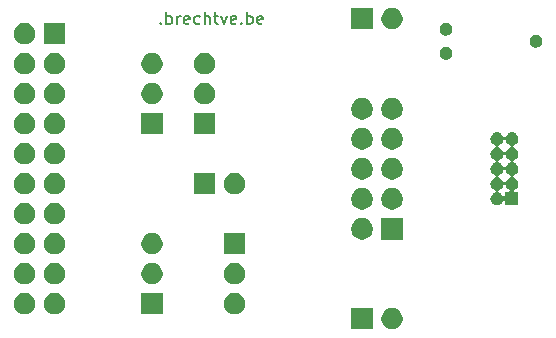
<source format=gts>
G04 #@! TF.GenerationSoftware,KiCad,Pcbnew,5.1.5-52549c5~86~ubuntu19.04.1*
G04 #@! TF.CreationDate,2020-12-11T00:42:32+01:00*
G04 #@! TF.ProjectId,jlink-tagConnect-adapter-v3,6a6c696e-6b2d-4746-9167-436f6e6e6563,rev?*
G04 #@! TF.SameCoordinates,Original*
G04 #@! TF.FileFunction,Soldermask,Top*
G04 #@! TF.FilePolarity,Negative*
%FSLAX46Y46*%
G04 Gerber Fmt 4.6, Leading zero omitted, Abs format (unit mm)*
G04 Created by KiCad (PCBNEW 5.1.5-52549c5~86~ubuntu19.04.1) date 2020-12-11 00:42:32*
%MOMM*%
%LPD*%
G04 APERTURE LIST*
%ADD10C,0.200000*%
%ADD11C,0.100000*%
G04 APERTURE END LIST*
D10*
X102984095Y-94337142D02*
X103031714Y-94384761D01*
X102984095Y-94432380D01*
X102936476Y-94384761D01*
X102984095Y-94337142D01*
X102984095Y-94432380D01*
X103460285Y-94432380D02*
X103460285Y-93432380D01*
X103460285Y-93813333D02*
X103555523Y-93765714D01*
X103746000Y-93765714D01*
X103841238Y-93813333D01*
X103888857Y-93860952D01*
X103936476Y-93956190D01*
X103936476Y-94241904D01*
X103888857Y-94337142D01*
X103841238Y-94384761D01*
X103746000Y-94432380D01*
X103555523Y-94432380D01*
X103460285Y-94384761D01*
X104365047Y-94432380D02*
X104365047Y-93765714D01*
X104365047Y-93956190D02*
X104412666Y-93860952D01*
X104460285Y-93813333D01*
X104555523Y-93765714D01*
X104650761Y-93765714D01*
X105365047Y-94384761D02*
X105269809Y-94432380D01*
X105079333Y-94432380D01*
X104984095Y-94384761D01*
X104936476Y-94289523D01*
X104936476Y-93908571D01*
X104984095Y-93813333D01*
X105079333Y-93765714D01*
X105269809Y-93765714D01*
X105365047Y-93813333D01*
X105412666Y-93908571D01*
X105412666Y-94003809D01*
X104936476Y-94099047D01*
X106269809Y-94384761D02*
X106174571Y-94432380D01*
X105984095Y-94432380D01*
X105888857Y-94384761D01*
X105841238Y-94337142D01*
X105793619Y-94241904D01*
X105793619Y-93956190D01*
X105841238Y-93860952D01*
X105888857Y-93813333D01*
X105984095Y-93765714D01*
X106174571Y-93765714D01*
X106269809Y-93813333D01*
X106698380Y-94432380D02*
X106698380Y-93432380D01*
X107126952Y-94432380D02*
X107126952Y-93908571D01*
X107079333Y-93813333D01*
X106984095Y-93765714D01*
X106841238Y-93765714D01*
X106746000Y-93813333D01*
X106698380Y-93860952D01*
X107460285Y-93765714D02*
X107841238Y-93765714D01*
X107603142Y-93432380D02*
X107603142Y-94289523D01*
X107650761Y-94384761D01*
X107746000Y-94432380D01*
X107841238Y-94432380D01*
X108079333Y-93765714D02*
X108317428Y-94432380D01*
X108555523Y-93765714D01*
X109317428Y-94384761D02*
X109222190Y-94432380D01*
X109031714Y-94432380D01*
X108936476Y-94384761D01*
X108888857Y-94289523D01*
X108888857Y-93908571D01*
X108936476Y-93813333D01*
X109031714Y-93765714D01*
X109222190Y-93765714D01*
X109317428Y-93813333D01*
X109365047Y-93908571D01*
X109365047Y-94003809D01*
X108888857Y-94099047D01*
X109793619Y-94337142D02*
X109841238Y-94384761D01*
X109793619Y-94432380D01*
X109746000Y-94384761D01*
X109793619Y-94337142D01*
X109793619Y-94432380D01*
X110269809Y-94432380D02*
X110269809Y-93432380D01*
X110269809Y-93813333D02*
X110365047Y-93765714D01*
X110555523Y-93765714D01*
X110650761Y-93813333D01*
X110698380Y-93860952D01*
X110746000Y-93956190D01*
X110746000Y-94241904D01*
X110698380Y-94337142D01*
X110650761Y-94384761D01*
X110555523Y-94432380D01*
X110365047Y-94432380D01*
X110269809Y-94384761D01*
X111555523Y-94384761D02*
X111460285Y-94432380D01*
X111269809Y-94432380D01*
X111174571Y-94384761D01*
X111126952Y-94289523D01*
X111126952Y-93908571D01*
X111174571Y-93813333D01*
X111269809Y-93765714D01*
X111460285Y-93765714D01*
X111555523Y-93813333D01*
X111603142Y-93908571D01*
X111603142Y-94003809D01*
X111126952Y-94099047D01*
D11*
G36*
X122668512Y-118483927D02*
G01*
X122817812Y-118513624D01*
X122981784Y-118581544D01*
X123129354Y-118680147D01*
X123254853Y-118805646D01*
X123353456Y-118953216D01*
X123421376Y-119117188D01*
X123456000Y-119291259D01*
X123456000Y-119468741D01*
X123421376Y-119642812D01*
X123353456Y-119806784D01*
X123254853Y-119954354D01*
X123129354Y-120079853D01*
X122981784Y-120178456D01*
X122817812Y-120246376D01*
X122668512Y-120276073D01*
X122643742Y-120281000D01*
X122466258Y-120281000D01*
X122441488Y-120276073D01*
X122292188Y-120246376D01*
X122128216Y-120178456D01*
X121980646Y-120079853D01*
X121855147Y-119954354D01*
X121756544Y-119806784D01*
X121688624Y-119642812D01*
X121654000Y-119468741D01*
X121654000Y-119291259D01*
X121688624Y-119117188D01*
X121756544Y-118953216D01*
X121855147Y-118805646D01*
X121980646Y-118680147D01*
X122128216Y-118581544D01*
X122292188Y-118513624D01*
X122441488Y-118483927D01*
X122466258Y-118479000D01*
X122643742Y-118479000D01*
X122668512Y-118483927D01*
G37*
G36*
X120916000Y-120281000D02*
G01*
X119114000Y-120281000D01*
X119114000Y-118479000D01*
X120916000Y-118479000D01*
X120916000Y-120281000D01*
G37*
G36*
X109333512Y-117213927D02*
G01*
X109482812Y-117243624D01*
X109646784Y-117311544D01*
X109794354Y-117410147D01*
X109919853Y-117535646D01*
X110018456Y-117683216D01*
X110086376Y-117847188D01*
X110121000Y-118021259D01*
X110121000Y-118198741D01*
X110086376Y-118372812D01*
X110018456Y-118536784D01*
X109919853Y-118684354D01*
X109794354Y-118809853D01*
X109646784Y-118908456D01*
X109482812Y-118976376D01*
X109333512Y-119006073D01*
X109308742Y-119011000D01*
X109131258Y-119011000D01*
X109106488Y-119006073D01*
X108957188Y-118976376D01*
X108793216Y-118908456D01*
X108645646Y-118809853D01*
X108520147Y-118684354D01*
X108421544Y-118536784D01*
X108353624Y-118372812D01*
X108319000Y-118198741D01*
X108319000Y-118021259D01*
X108353624Y-117847188D01*
X108421544Y-117683216D01*
X108520147Y-117535646D01*
X108645646Y-117410147D01*
X108793216Y-117311544D01*
X108957188Y-117243624D01*
X109106488Y-117213927D01*
X109131258Y-117209000D01*
X109308742Y-117209000D01*
X109333512Y-117213927D01*
G37*
G36*
X103136000Y-119011000D02*
G01*
X101334000Y-119011000D01*
X101334000Y-117209000D01*
X103136000Y-117209000D01*
X103136000Y-119011000D01*
G37*
G36*
X94093512Y-117213927D02*
G01*
X94242812Y-117243624D01*
X94406784Y-117311544D01*
X94554354Y-117410147D01*
X94679853Y-117535646D01*
X94778456Y-117683216D01*
X94846376Y-117847188D01*
X94881000Y-118021259D01*
X94881000Y-118198741D01*
X94846376Y-118372812D01*
X94778456Y-118536784D01*
X94679853Y-118684354D01*
X94554354Y-118809853D01*
X94406784Y-118908456D01*
X94242812Y-118976376D01*
X94093512Y-119006073D01*
X94068742Y-119011000D01*
X93891258Y-119011000D01*
X93866488Y-119006073D01*
X93717188Y-118976376D01*
X93553216Y-118908456D01*
X93405646Y-118809853D01*
X93280147Y-118684354D01*
X93181544Y-118536784D01*
X93113624Y-118372812D01*
X93079000Y-118198741D01*
X93079000Y-118021259D01*
X93113624Y-117847188D01*
X93181544Y-117683216D01*
X93280147Y-117535646D01*
X93405646Y-117410147D01*
X93553216Y-117311544D01*
X93717188Y-117243624D01*
X93866488Y-117213927D01*
X93891258Y-117209000D01*
X94068742Y-117209000D01*
X94093512Y-117213927D01*
G37*
G36*
X91553512Y-117213927D02*
G01*
X91702812Y-117243624D01*
X91866784Y-117311544D01*
X92014354Y-117410147D01*
X92139853Y-117535646D01*
X92238456Y-117683216D01*
X92306376Y-117847188D01*
X92341000Y-118021259D01*
X92341000Y-118198741D01*
X92306376Y-118372812D01*
X92238456Y-118536784D01*
X92139853Y-118684354D01*
X92014354Y-118809853D01*
X91866784Y-118908456D01*
X91702812Y-118976376D01*
X91553512Y-119006073D01*
X91528742Y-119011000D01*
X91351258Y-119011000D01*
X91326488Y-119006073D01*
X91177188Y-118976376D01*
X91013216Y-118908456D01*
X90865646Y-118809853D01*
X90740147Y-118684354D01*
X90641544Y-118536784D01*
X90573624Y-118372812D01*
X90539000Y-118198741D01*
X90539000Y-118021259D01*
X90573624Y-117847188D01*
X90641544Y-117683216D01*
X90740147Y-117535646D01*
X90865646Y-117410147D01*
X91013216Y-117311544D01*
X91177188Y-117243624D01*
X91326488Y-117213927D01*
X91351258Y-117209000D01*
X91528742Y-117209000D01*
X91553512Y-117213927D01*
G37*
G36*
X109333512Y-114673927D02*
G01*
X109482812Y-114703624D01*
X109646784Y-114771544D01*
X109794354Y-114870147D01*
X109919853Y-114995646D01*
X110018456Y-115143216D01*
X110086376Y-115307188D01*
X110121000Y-115481259D01*
X110121000Y-115658741D01*
X110086376Y-115832812D01*
X110018456Y-115996784D01*
X109919853Y-116144354D01*
X109794354Y-116269853D01*
X109646784Y-116368456D01*
X109482812Y-116436376D01*
X109333512Y-116466073D01*
X109308742Y-116471000D01*
X109131258Y-116471000D01*
X109106488Y-116466073D01*
X108957188Y-116436376D01*
X108793216Y-116368456D01*
X108645646Y-116269853D01*
X108520147Y-116144354D01*
X108421544Y-115996784D01*
X108353624Y-115832812D01*
X108319000Y-115658741D01*
X108319000Y-115481259D01*
X108353624Y-115307188D01*
X108421544Y-115143216D01*
X108520147Y-114995646D01*
X108645646Y-114870147D01*
X108793216Y-114771544D01*
X108957188Y-114703624D01*
X109106488Y-114673927D01*
X109131258Y-114669000D01*
X109308742Y-114669000D01*
X109333512Y-114673927D01*
G37*
G36*
X91553512Y-114673927D02*
G01*
X91702812Y-114703624D01*
X91866784Y-114771544D01*
X92014354Y-114870147D01*
X92139853Y-114995646D01*
X92238456Y-115143216D01*
X92306376Y-115307188D01*
X92341000Y-115481259D01*
X92341000Y-115658741D01*
X92306376Y-115832812D01*
X92238456Y-115996784D01*
X92139853Y-116144354D01*
X92014354Y-116269853D01*
X91866784Y-116368456D01*
X91702812Y-116436376D01*
X91553512Y-116466073D01*
X91528742Y-116471000D01*
X91351258Y-116471000D01*
X91326488Y-116466073D01*
X91177188Y-116436376D01*
X91013216Y-116368456D01*
X90865646Y-116269853D01*
X90740147Y-116144354D01*
X90641544Y-115996784D01*
X90573624Y-115832812D01*
X90539000Y-115658741D01*
X90539000Y-115481259D01*
X90573624Y-115307188D01*
X90641544Y-115143216D01*
X90740147Y-114995646D01*
X90865646Y-114870147D01*
X91013216Y-114771544D01*
X91177188Y-114703624D01*
X91326488Y-114673927D01*
X91351258Y-114669000D01*
X91528742Y-114669000D01*
X91553512Y-114673927D01*
G37*
G36*
X94093512Y-114673927D02*
G01*
X94242812Y-114703624D01*
X94406784Y-114771544D01*
X94554354Y-114870147D01*
X94679853Y-114995646D01*
X94778456Y-115143216D01*
X94846376Y-115307188D01*
X94881000Y-115481259D01*
X94881000Y-115658741D01*
X94846376Y-115832812D01*
X94778456Y-115996784D01*
X94679853Y-116144354D01*
X94554354Y-116269853D01*
X94406784Y-116368456D01*
X94242812Y-116436376D01*
X94093512Y-116466073D01*
X94068742Y-116471000D01*
X93891258Y-116471000D01*
X93866488Y-116466073D01*
X93717188Y-116436376D01*
X93553216Y-116368456D01*
X93405646Y-116269853D01*
X93280147Y-116144354D01*
X93181544Y-115996784D01*
X93113624Y-115832812D01*
X93079000Y-115658741D01*
X93079000Y-115481259D01*
X93113624Y-115307188D01*
X93181544Y-115143216D01*
X93280147Y-114995646D01*
X93405646Y-114870147D01*
X93553216Y-114771544D01*
X93717188Y-114703624D01*
X93866488Y-114673927D01*
X93891258Y-114669000D01*
X94068742Y-114669000D01*
X94093512Y-114673927D01*
G37*
G36*
X102348512Y-114673927D02*
G01*
X102497812Y-114703624D01*
X102661784Y-114771544D01*
X102809354Y-114870147D01*
X102934853Y-114995646D01*
X103033456Y-115143216D01*
X103101376Y-115307188D01*
X103136000Y-115481259D01*
X103136000Y-115658741D01*
X103101376Y-115832812D01*
X103033456Y-115996784D01*
X102934853Y-116144354D01*
X102809354Y-116269853D01*
X102661784Y-116368456D01*
X102497812Y-116436376D01*
X102348512Y-116466073D01*
X102323742Y-116471000D01*
X102146258Y-116471000D01*
X102121488Y-116466073D01*
X101972188Y-116436376D01*
X101808216Y-116368456D01*
X101660646Y-116269853D01*
X101535147Y-116144354D01*
X101436544Y-115996784D01*
X101368624Y-115832812D01*
X101334000Y-115658741D01*
X101334000Y-115481259D01*
X101368624Y-115307188D01*
X101436544Y-115143216D01*
X101535147Y-114995646D01*
X101660646Y-114870147D01*
X101808216Y-114771544D01*
X101972188Y-114703624D01*
X102121488Y-114673927D01*
X102146258Y-114669000D01*
X102323742Y-114669000D01*
X102348512Y-114673927D01*
G37*
G36*
X102348512Y-112133927D02*
G01*
X102497812Y-112163624D01*
X102661784Y-112231544D01*
X102809354Y-112330147D01*
X102934853Y-112455646D01*
X103033456Y-112603216D01*
X103101376Y-112767188D01*
X103136000Y-112941259D01*
X103136000Y-113118741D01*
X103101376Y-113292812D01*
X103033456Y-113456784D01*
X102934853Y-113604354D01*
X102809354Y-113729853D01*
X102661784Y-113828456D01*
X102497812Y-113896376D01*
X102348512Y-113926073D01*
X102323742Y-113931000D01*
X102146258Y-113931000D01*
X102121488Y-113926073D01*
X101972188Y-113896376D01*
X101808216Y-113828456D01*
X101660646Y-113729853D01*
X101535147Y-113604354D01*
X101436544Y-113456784D01*
X101368624Y-113292812D01*
X101334000Y-113118741D01*
X101334000Y-112941259D01*
X101368624Y-112767188D01*
X101436544Y-112603216D01*
X101535147Y-112455646D01*
X101660646Y-112330147D01*
X101808216Y-112231544D01*
X101972188Y-112163624D01*
X102121488Y-112133927D01*
X102146258Y-112129000D01*
X102323742Y-112129000D01*
X102348512Y-112133927D01*
G37*
G36*
X91553512Y-112133927D02*
G01*
X91702812Y-112163624D01*
X91866784Y-112231544D01*
X92014354Y-112330147D01*
X92139853Y-112455646D01*
X92238456Y-112603216D01*
X92306376Y-112767188D01*
X92341000Y-112941259D01*
X92341000Y-113118741D01*
X92306376Y-113292812D01*
X92238456Y-113456784D01*
X92139853Y-113604354D01*
X92014354Y-113729853D01*
X91866784Y-113828456D01*
X91702812Y-113896376D01*
X91553512Y-113926073D01*
X91528742Y-113931000D01*
X91351258Y-113931000D01*
X91326488Y-113926073D01*
X91177188Y-113896376D01*
X91013216Y-113828456D01*
X90865646Y-113729853D01*
X90740147Y-113604354D01*
X90641544Y-113456784D01*
X90573624Y-113292812D01*
X90539000Y-113118741D01*
X90539000Y-112941259D01*
X90573624Y-112767188D01*
X90641544Y-112603216D01*
X90740147Y-112455646D01*
X90865646Y-112330147D01*
X91013216Y-112231544D01*
X91177188Y-112163624D01*
X91326488Y-112133927D01*
X91351258Y-112129000D01*
X91528742Y-112129000D01*
X91553512Y-112133927D01*
G37*
G36*
X110121000Y-113931000D02*
G01*
X108319000Y-113931000D01*
X108319000Y-112129000D01*
X110121000Y-112129000D01*
X110121000Y-113931000D01*
G37*
G36*
X94093512Y-112133927D02*
G01*
X94242812Y-112163624D01*
X94406784Y-112231544D01*
X94554354Y-112330147D01*
X94679853Y-112455646D01*
X94778456Y-112603216D01*
X94846376Y-112767188D01*
X94881000Y-112941259D01*
X94881000Y-113118741D01*
X94846376Y-113292812D01*
X94778456Y-113456784D01*
X94679853Y-113604354D01*
X94554354Y-113729853D01*
X94406784Y-113828456D01*
X94242812Y-113896376D01*
X94093512Y-113926073D01*
X94068742Y-113931000D01*
X93891258Y-113931000D01*
X93866488Y-113926073D01*
X93717188Y-113896376D01*
X93553216Y-113828456D01*
X93405646Y-113729853D01*
X93280147Y-113604354D01*
X93181544Y-113456784D01*
X93113624Y-113292812D01*
X93079000Y-113118741D01*
X93079000Y-112941259D01*
X93113624Y-112767188D01*
X93181544Y-112603216D01*
X93280147Y-112455646D01*
X93405646Y-112330147D01*
X93553216Y-112231544D01*
X93717188Y-112163624D01*
X93866488Y-112133927D01*
X93891258Y-112129000D01*
X94068742Y-112129000D01*
X94093512Y-112133927D01*
G37*
G36*
X120281778Y-110880547D02*
G01*
X120448224Y-110949491D01*
X120598022Y-111049583D01*
X120725417Y-111176978D01*
X120825509Y-111326776D01*
X120894453Y-111493222D01*
X120929600Y-111669918D01*
X120929600Y-111850082D01*
X120894453Y-112026778D01*
X120825509Y-112193224D01*
X120725417Y-112343022D01*
X120598022Y-112470417D01*
X120448224Y-112570509D01*
X120281778Y-112639453D01*
X120105082Y-112674600D01*
X119924918Y-112674600D01*
X119748222Y-112639453D01*
X119581776Y-112570509D01*
X119431978Y-112470417D01*
X119304583Y-112343022D01*
X119204491Y-112193224D01*
X119135547Y-112026778D01*
X119100400Y-111850082D01*
X119100400Y-111669918D01*
X119135547Y-111493222D01*
X119204491Y-111326776D01*
X119304583Y-111176978D01*
X119431978Y-111049583D01*
X119581776Y-110949491D01*
X119748222Y-110880547D01*
X119924918Y-110845400D01*
X120105082Y-110845400D01*
X120281778Y-110880547D01*
G37*
G36*
X123469600Y-112674600D02*
G01*
X121640400Y-112674600D01*
X121640400Y-110845400D01*
X123469600Y-110845400D01*
X123469600Y-112674600D01*
G37*
G36*
X91553512Y-109593927D02*
G01*
X91702812Y-109623624D01*
X91866784Y-109691544D01*
X92014354Y-109790147D01*
X92139853Y-109915646D01*
X92238456Y-110063216D01*
X92306376Y-110227188D01*
X92341000Y-110401259D01*
X92341000Y-110578741D01*
X92306376Y-110752812D01*
X92238456Y-110916784D01*
X92139853Y-111064354D01*
X92014354Y-111189853D01*
X91866784Y-111288456D01*
X91702812Y-111356376D01*
X91553512Y-111386073D01*
X91528742Y-111391000D01*
X91351258Y-111391000D01*
X91326488Y-111386073D01*
X91177188Y-111356376D01*
X91013216Y-111288456D01*
X90865646Y-111189853D01*
X90740147Y-111064354D01*
X90641544Y-110916784D01*
X90573624Y-110752812D01*
X90539000Y-110578741D01*
X90539000Y-110401259D01*
X90573624Y-110227188D01*
X90641544Y-110063216D01*
X90740147Y-109915646D01*
X90865646Y-109790147D01*
X91013216Y-109691544D01*
X91177188Y-109623624D01*
X91326488Y-109593927D01*
X91351258Y-109589000D01*
X91528742Y-109589000D01*
X91553512Y-109593927D01*
G37*
G36*
X94093512Y-109593927D02*
G01*
X94242812Y-109623624D01*
X94406784Y-109691544D01*
X94554354Y-109790147D01*
X94679853Y-109915646D01*
X94778456Y-110063216D01*
X94846376Y-110227188D01*
X94881000Y-110401259D01*
X94881000Y-110578741D01*
X94846376Y-110752812D01*
X94778456Y-110916784D01*
X94679853Y-111064354D01*
X94554354Y-111189853D01*
X94406784Y-111288456D01*
X94242812Y-111356376D01*
X94093512Y-111386073D01*
X94068742Y-111391000D01*
X93891258Y-111391000D01*
X93866488Y-111386073D01*
X93717188Y-111356376D01*
X93553216Y-111288456D01*
X93405646Y-111189853D01*
X93280147Y-111064354D01*
X93181544Y-110916784D01*
X93113624Y-110752812D01*
X93079000Y-110578741D01*
X93079000Y-110401259D01*
X93113624Y-110227188D01*
X93181544Y-110063216D01*
X93280147Y-109915646D01*
X93405646Y-109790147D01*
X93553216Y-109691544D01*
X93717188Y-109623624D01*
X93866488Y-109593927D01*
X93891258Y-109589000D01*
X94068742Y-109589000D01*
X94093512Y-109593927D01*
G37*
G36*
X120281778Y-108340547D02*
G01*
X120448224Y-108409491D01*
X120598022Y-108509583D01*
X120725417Y-108636978D01*
X120825509Y-108786776D01*
X120894453Y-108953222D01*
X120929600Y-109129918D01*
X120929600Y-109310082D01*
X120894453Y-109486778D01*
X120825509Y-109653224D01*
X120725417Y-109803022D01*
X120598022Y-109930417D01*
X120448224Y-110030509D01*
X120281778Y-110099453D01*
X120105082Y-110134600D01*
X119924918Y-110134600D01*
X119748222Y-110099453D01*
X119581776Y-110030509D01*
X119431978Y-109930417D01*
X119304583Y-109803022D01*
X119204491Y-109653224D01*
X119135547Y-109486778D01*
X119100400Y-109310082D01*
X119100400Y-109129918D01*
X119135547Y-108953222D01*
X119204491Y-108786776D01*
X119304583Y-108636978D01*
X119431978Y-108509583D01*
X119581776Y-108409491D01*
X119748222Y-108340547D01*
X119924918Y-108305400D01*
X120105082Y-108305400D01*
X120281778Y-108340547D01*
G37*
G36*
X122821778Y-108340547D02*
G01*
X122988224Y-108409491D01*
X123138022Y-108509583D01*
X123265417Y-108636978D01*
X123365509Y-108786776D01*
X123434453Y-108953222D01*
X123469600Y-109129918D01*
X123469600Y-109310082D01*
X123434453Y-109486778D01*
X123365509Y-109653224D01*
X123265417Y-109803022D01*
X123138022Y-109930417D01*
X122988224Y-110030509D01*
X122821778Y-110099453D01*
X122645082Y-110134600D01*
X122464918Y-110134600D01*
X122288222Y-110099453D01*
X122121776Y-110030509D01*
X121971978Y-109930417D01*
X121844583Y-109803022D01*
X121744491Y-109653224D01*
X121675547Y-109486778D01*
X121640400Y-109310082D01*
X121640400Y-109129918D01*
X121675547Y-108953222D01*
X121744491Y-108786776D01*
X121844583Y-108636978D01*
X121971978Y-108509583D01*
X122121776Y-108409491D01*
X122288222Y-108340547D01*
X122464918Y-108305400D01*
X122645082Y-108305400D01*
X122821778Y-108340547D01*
G37*
G36*
X131605721Y-103610174D02*
G01*
X131705995Y-103651709D01*
X131750812Y-103681655D01*
X131796242Y-103712010D01*
X131872990Y-103788758D01*
X131872991Y-103788760D01*
X131933291Y-103879005D01*
X131964516Y-103954389D01*
X131976067Y-103976000D01*
X131991612Y-103994941D01*
X132010554Y-104010487D01*
X132032165Y-104022038D01*
X132055614Y-104029151D01*
X132080000Y-104031553D01*
X132104386Y-104029151D01*
X132127835Y-104022038D01*
X132149446Y-104010487D01*
X132168387Y-103994942D01*
X132183933Y-103976000D01*
X132195484Y-103954389D01*
X132226709Y-103879005D01*
X132287009Y-103788760D01*
X132287010Y-103788758D01*
X132363758Y-103712010D01*
X132409188Y-103681655D01*
X132454005Y-103651709D01*
X132554279Y-103610174D01*
X132660730Y-103589000D01*
X132769270Y-103589000D01*
X132875721Y-103610174D01*
X132975995Y-103651709D01*
X133020812Y-103681655D01*
X133066242Y-103712010D01*
X133142990Y-103788758D01*
X133142991Y-103788760D01*
X133203291Y-103879005D01*
X133244826Y-103979279D01*
X133266000Y-104085730D01*
X133266000Y-104194270D01*
X133244826Y-104300721D01*
X133203291Y-104400995D01*
X133203290Y-104400996D01*
X133142990Y-104491242D01*
X133066242Y-104567990D01*
X133058407Y-104573225D01*
X132975995Y-104628291D01*
X132900611Y-104659516D01*
X132879000Y-104671067D01*
X132860059Y-104686612D01*
X132844513Y-104705554D01*
X132832962Y-104727165D01*
X132825849Y-104750614D01*
X132823447Y-104775000D01*
X132825849Y-104799386D01*
X132832962Y-104822835D01*
X132844513Y-104844446D01*
X132860058Y-104863387D01*
X132879000Y-104878933D01*
X132900611Y-104890484D01*
X132975995Y-104921709D01*
X132975996Y-104921710D01*
X133066242Y-104982010D01*
X133142990Y-105058758D01*
X133142991Y-105058760D01*
X133203291Y-105149005D01*
X133244826Y-105249279D01*
X133266000Y-105355730D01*
X133266000Y-105464270D01*
X133244826Y-105570721D01*
X133203291Y-105670995D01*
X133202077Y-105672812D01*
X133142990Y-105761242D01*
X133066242Y-105837990D01*
X133020812Y-105868345D01*
X132975995Y-105898291D01*
X132900611Y-105929516D01*
X132879000Y-105941067D01*
X132860059Y-105956612D01*
X132844513Y-105975554D01*
X132832962Y-105997165D01*
X132825849Y-106020614D01*
X132823447Y-106045000D01*
X132825849Y-106069386D01*
X132832962Y-106092835D01*
X132844513Y-106114446D01*
X132860058Y-106133387D01*
X132879000Y-106148933D01*
X132900611Y-106160484D01*
X132975995Y-106191709D01*
X133020812Y-106221655D01*
X133066242Y-106252010D01*
X133142990Y-106328758D01*
X133142991Y-106328760D01*
X133203291Y-106419005D01*
X133244826Y-106519279D01*
X133266000Y-106625730D01*
X133266000Y-106734270D01*
X133244826Y-106840721D01*
X133203291Y-106940995D01*
X133203290Y-106940996D01*
X133142990Y-107031242D01*
X133066242Y-107107990D01*
X133058407Y-107113225D01*
X132975995Y-107168291D01*
X132900611Y-107199516D01*
X132879000Y-107211067D01*
X132860059Y-107226612D01*
X132844513Y-107245554D01*
X132832962Y-107267165D01*
X132825849Y-107290614D01*
X132823447Y-107315000D01*
X132825849Y-107339386D01*
X132832962Y-107362835D01*
X132844513Y-107384446D01*
X132860058Y-107403387D01*
X132879000Y-107418933D01*
X132900611Y-107430484D01*
X132975995Y-107461709D01*
X132975996Y-107461710D01*
X133066242Y-107522010D01*
X133142990Y-107598758D01*
X133142991Y-107598760D01*
X133203291Y-107689005D01*
X133244826Y-107789279D01*
X133266000Y-107895730D01*
X133266000Y-108004270D01*
X133244826Y-108110721D01*
X133203291Y-108210995D01*
X133202077Y-108212812D01*
X133142990Y-108301242D01*
X133066242Y-108377990D01*
X133034816Y-108398988D01*
X132973336Y-108440068D01*
X132954394Y-108455614D01*
X132938849Y-108474556D01*
X132927298Y-108496167D01*
X132920185Y-108519615D01*
X132917783Y-108544002D01*
X132920185Y-108568388D01*
X132927298Y-108591837D01*
X132938849Y-108613447D01*
X132954395Y-108632389D01*
X132973337Y-108647934D01*
X132994948Y-108659485D01*
X133018396Y-108666598D01*
X133042782Y-108669000D01*
X133266000Y-108669000D01*
X133266000Y-109771000D01*
X132164000Y-109771000D01*
X132164000Y-109547782D01*
X132161598Y-109523396D01*
X132154485Y-109499947D01*
X132142934Y-109478336D01*
X132127389Y-109459394D01*
X132108447Y-109443849D01*
X132086836Y-109432298D01*
X132063387Y-109425185D01*
X132039001Y-109422783D01*
X132014615Y-109425185D01*
X131991166Y-109432298D01*
X131969555Y-109443849D01*
X131950613Y-109459394D01*
X131935068Y-109478336D01*
X131893988Y-109539816D01*
X131872990Y-109571242D01*
X131796242Y-109647990D01*
X131788407Y-109653225D01*
X131705995Y-109708291D01*
X131605721Y-109749826D01*
X131499270Y-109771000D01*
X131390730Y-109771000D01*
X131284279Y-109749826D01*
X131184005Y-109708291D01*
X131101593Y-109653225D01*
X131093758Y-109647990D01*
X131017010Y-109571242D01*
X130985041Y-109523396D01*
X130956709Y-109480995D01*
X130915174Y-109380721D01*
X130894000Y-109274270D01*
X130894000Y-109165730D01*
X130915174Y-109059279D01*
X130956709Y-108959005D01*
X131017009Y-108868760D01*
X131017010Y-108868758D01*
X131093758Y-108792010D01*
X131139188Y-108761655D01*
X131184005Y-108731709D01*
X131259389Y-108700484D01*
X131281000Y-108688933D01*
X131299941Y-108673388D01*
X131315487Y-108654446D01*
X131327038Y-108632835D01*
X131334151Y-108609386D01*
X131336553Y-108585000D01*
X131553447Y-108585000D01*
X131555849Y-108609386D01*
X131562962Y-108632835D01*
X131574513Y-108654446D01*
X131590058Y-108673387D01*
X131609000Y-108688933D01*
X131630611Y-108700484D01*
X131705995Y-108731709D01*
X131750812Y-108761655D01*
X131796242Y-108792010D01*
X131872990Y-108868758D01*
X131872991Y-108868760D01*
X131935068Y-108961664D01*
X131950614Y-108980606D01*
X131969556Y-108996151D01*
X131991167Y-109007702D01*
X132014615Y-109014815D01*
X132039002Y-109017217D01*
X132063388Y-109014815D01*
X132086837Y-109007702D01*
X132108447Y-108996151D01*
X132127389Y-108980605D01*
X132142934Y-108961663D01*
X132154485Y-108940052D01*
X132161598Y-108916604D01*
X132164000Y-108892218D01*
X132164000Y-108669000D01*
X132387218Y-108669000D01*
X132411604Y-108666598D01*
X132435053Y-108659485D01*
X132456664Y-108647934D01*
X132475606Y-108632389D01*
X132491151Y-108613447D01*
X132502702Y-108591836D01*
X132509815Y-108568387D01*
X132512217Y-108544001D01*
X132509815Y-108519615D01*
X132502702Y-108496166D01*
X132491151Y-108474555D01*
X132475606Y-108455613D01*
X132456664Y-108440068D01*
X132395184Y-108398988D01*
X132363758Y-108377990D01*
X132287010Y-108301242D01*
X132227923Y-108212812D01*
X132226709Y-108210995D01*
X132195484Y-108135611D01*
X132183933Y-108114000D01*
X132168388Y-108095059D01*
X132149446Y-108079513D01*
X132127835Y-108067962D01*
X132104386Y-108060849D01*
X132080000Y-108058447D01*
X132055614Y-108060849D01*
X132032165Y-108067962D01*
X132010554Y-108079513D01*
X131991613Y-108095058D01*
X131976067Y-108114000D01*
X131964516Y-108135611D01*
X131933291Y-108210995D01*
X131932077Y-108212812D01*
X131872990Y-108301242D01*
X131796242Y-108377990D01*
X131750812Y-108408345D01*
X131705995Y-108438291D01*
X131630611Y-108469516D01*
X131609000Y-108481067D01*
X131590059Y-108496612D01*
X131574513Y-108515554D01*
X131562962Y-108537165D01*
X131555849Y-108560614D01*
X131553447Y-108585000D01*
X131336553Y-108585000D01*
X131334151Y-108560614D01*
X131327038Y-108537165D01*
X131315487Y-108515554D01*
X131299942Y-108496613D01*
X131281000Y-108481067D01*
X131259389Y-108469516D01*
X131184005Y-108438291D01*
X131139188Y-108408345D01*
X131093758Y-108377990D01*
X131017010Y-108301242D01*
X130957923Y-108212812D01*
X130956709Y-108210995D01*
X130915174Y-108110721D01*
X130894000Y-108004270D01*
X130894000Y-107895730D01*
X130915174Y-107789279D01*
X130956709Y-107689005D01*
X131017009Y-107598760D01*
X131017010Y-107598758D01*
X131093758Y-107522010D01*
X131184004Y-107461710D01*
X131184005Y-107461709D01*
X131259389Y-107430484D01*
X131281000Y-107418933D01*
X131299941Y-107403388D01*
X131315487Y-107384446D01*
X131327038Y-107362835D01*
X131334151Y-107339386D01*
X131336553Y-107315000D01*
X131553447Y-107315000D01*
X131555849Y-107339386D01*
X131562962Y-107362835D01*
X131574513Y-107384446D01*
X131590058Y-107403387D01*
X131609000Y-107418933D01*
X131630611Y-107430484D01*
X131705995Y-107461709D01*
X131705996Y-107461710D01*
X131796242Y-107522010D01*
X131872990Y-107598758D01*
X131872991Y-107598760D01*
X131933291Y-107689005D01*
X131964516Y-107764389D01*
X131976067Y-107786000D01*
X131991612Y-107804941D01*
X132010554Y-107820487D01*
X132032165Y-107832038D01*
X132055614Y-107839151D01*
X132080000Y-107841553D01*
X132104386Y-107839151D01*
X132127835Y-107832038D01*
X132149446Y-107820487D01*
X132168387Y-107804942D01*
X132183933Y-107786000D01*
X132195484Y-107764389D01*
X132226709Y-107689005D01*
X132287009Y-107598760D01*
X132287010Y-107598758D01*
X132363758Y-107522010D01*
X132454004Y-107461710D01*
X132454005Y-107461709D01*
X132529389Y-107430484D01*
X132551000Y-107418933D01*
X132569941Y-107403388D01*
X132585487Y-107384446D01*
X132597038Y-107362835D01*
X132604151Y-107339386D01*
X132606553Y-107315000D01*
X132604151Y-107290614D01*
X132597038Y-107267165D01*
X132585487Y-107245554D01*
X132569942Y-107226613D01*
X132551000Y-107211067D01*
X132529389Y-107199516D01*
X132454005Y-107168291D01*
X132371593Y-107113225D01*
X132363758Y-107107990D01*
X132287010Y-107031242D01*
X132226710Y-106940996D01*
X132226709Y-106940995D01*
X132195484Y-106865611D01*
X132183933Y-106844000D01*
X132168388Y-106825059D01*
X132149446Y-106809513D01*
X132127835Y-106797962D01*
X132104386Y-106790849D01*
X132080000Y-106788447D01*
X132055614Y-106790849D01*
X132032165Y-106797962D01*
X132010554Y-106809513D01*
X131991613Y-106825058D01*
X131976067Y-106844000D01*
X131964516Y-106865611D01*
X131933291Y-106940995D01*
X131933290Y-106940996D01*
X131872990Y-107031242D01*
X131796242Y-107107990D01*
X131788407Y-107113225D01*
X131705995Y-107168291D01*
X131630611Y-107199516D01*
X131609000Y-107211067D01*
X131590059Y-107226612D01*
X131574513Y-107245554D01*
X131562962Y-107267165D01*
X131555849Y-107290614D01*
X131553447Y-107315000D01*
X131336553Y-107315000D01*
X131334151Y-107290614D01*
X131327038Y-107267165D01*
X131315487Y-107245554D01*
X131299942Y-107226613D01*
X131281000Y-107211067D01*
X131259389Y-107199516D01*
X131184005Y-107168291D01*
X131101593Y-107113225D01*
X131093758Y-107107990D01*
X131017010Y-107031242D01*
X130956710Y-106940996D01*
X130956709Y-106940995D01*
X130915174Y-106840721D01*
X130894000Y-106734270D01*
X130894000Y-106625730D01*
X130915174Y-106519279D01*
X130956709Y-106419005D01*
X131017009Y-106328760D01*
X131017010Y-106328758D01*
X131093758Y-106252010D01*
X131139188Y-106221655D01*
X131184005Y-106191709D01*
X131259389Y-106160484D01*
X131281000Y-106148933D01*
X131299941Y-106133388D01*
X131315487Y-106114446D01*
X131327038Y-106092835D01*
X131334151Y-106069386D01*
X131336553Y-106045000D01*
X131553447Y-106045000D01*
X131555849Y-106069386D01*
X131562962Y-106092835D01*
X131574513Y-106114446D01*
X131590058Y-106133387D01*
X131609000Y-106148933D01*
X131630611Y-106160484D01*
X131705995Y-106191709D01*
X131750812Y-106221655D01*
X131796242Y-106252010D01*
X131872990Y-106328758D01*
X131872991Y-106328760D01*
X131933291Y-106419005D01*
X131964516Y-106494389D01*
X131976067Y-106516000D01*
X131991612Y-106534941D01*
X132010554Y-106550487D01*
X132032165Y-106562038D01*
X132055614Y-106569151D01*
X132080000Y-106571553D01*
X132104386Y-106569151D01*
X132127835Y-106562038D01*
X132149446Y-106550487D01*
X132168387Y-106534942D01*
X132183933Y-106516000D01*
X132195484Y-106494389D01*
X132226709Y-106419005D01*
X132287009Y-106328760D01*
X132287010Y-106328758D01*
X132363758Y-106252010D01*
X132409188Y-106221655D01*
X132454005Y-106191709D01*
X132529389Y-106160484D01*
X132551000Y-106148933D01*
X132569941Y-106133388D01*
X132585487Y-106114446D01*
X132597038Y-106092835D01*
X132604151Y-106069386D01*
X132606553Y-106045000D01*
X132604151Y-106020614D01*
X132597038Y-105997165D01*
X132585487Y-105975554D01*
X132569942Y-105956613D01*
X132551000Y-105941067D01*
X132529389Y-105929516D01*
X132454005Y-105898291D01*
X132409188Y-105868345D01*
X132363758Y-105837990D01*
X132287010Y-105761242D01*
X132227923Y-105672812D01*
X132226709Y-105670995D01*
X132195484Y-105595611D01*
X132183933Y-105574000D01*
X132168388Y-105555059D01*
X132149446Y-105539513D01*
X132127835Y-105527962D01*
X132104386Y-105520849D01*
X132080000Y-105518447D01*
X132055614Y-105520849D01*
X132032165Y-105527962D01*
X132010554Y-105539513D01*
X131991613Y-105555058D01*
X131976067Y-105574000D01*
X131964516Y-105595611D01*
X131933291Y-105670995D01*
X131932077Y-105672812D01*
X131872990Y-105761242D01*
X131796242Y-105837990D01*
X131750812Y-105868345D01*
X131705995Y-105898291D01*
X131630611Y-105929516D01*
X131609000Y-105941067D01*
X131590059Y-105956612D01*
X131574513Y-105975554D01*
X131562962Y-105997165D01*
X131555849Y-106020614D01*
X131553447Y-106045000D01*
X131336553Y-106045000D01*
X131334151Y-106020614D01*
X131327038Y-105997165D01*
X131315487Y-105975554D01*
X131299942Y-105956613D01*
X131281000Y-105941067D01*
X131259389Y-105929516D01*
X131184005Y-105898291D01*
X131139188Y-105868345D01*
X131093758Y-105837990D01*
X131017010Y-105761242D01*
X130957923Y-105672812D01*
X130956709Y-105670995D01*
X130915174Y-105570721D01*
X130894000Y-105464270D01*
X130894000Y-105355730D01*
X130915174Y-105249279D01*
X130956709Y-105149005D01*
X131017009Y-105058760D01*
X131017010Y-105058758D01*
X131093758Y-104982010D01*
X131184004Y-104921710D01*
X131184005Y-104921709D01*
X131259389Y-104890484D01*
X131281000Y-104878933D01*
X131299941Y-104863388D01*
X131315487Y-104844446D01*
X131327038Y-104822835D01*
X131334151Y-104799386D01*
X131336553Y-104775000D01*
X131553447Y-104775000D01*
X131555849Y-104799386D01*
X131562962Y-104822835D01*
X131574513Y-104844446D01*
X131590058Y-104863387D01*
X131609000Y-104878933D01*
X131630611Y-104890484D01*
X131705995Y-104921709D01*
X131705996Y-104921710D01*
X131796242Y-104982010D01*
X131872990Y-105058758D01*
X131872991Y-105058760D01*
X131933291Y-105149005D01*
X131964516Y-105224389D01*
X131976067Y-105246000D01*
X131991612Y-105264941D01*
X132010554Y-105280487D01*
X132032165Y-105292038D01*
X132055614Y-105299151D01*
X132080000Y-105301553D01*
X132104386Y-105299151D01*
X132127835Y-105292038D01*
X132149446Y-105280487D01*
X132168387Y-105264942D01*
X132183933Y-105246000D01*
X132195484Y-105224389D01*
X132226709Y-105149005D01*
X132287009Y-105058760D01*
X132287010Y-105058758D01*
X132363758Y-104982010D01*
X132454004Y-104921710D01*
X132454005Y-104921709D01*
X132529389Y-104890484D01*
X132551000Y-104878933D01*
X132569941Y-104863388D01*
X132585487Y-104844446D01*
X132597038Y-104822835D01*
X132604151Y-104799386D01*
X132606553Y-104775000D01*
X132604151Y-104750614D01*
X132597038Y-104727165D01*
X132585487Y-104705554D01*
X132569942Y-104686613D01*
X132551000Y-104671067D01*
X132529389Y-104659516D01*
X132454005Y-104628291D01*
X132371593Y-104573225D01*
X132363758Y-104567990D01*
X132287010Y-104491242D01*
X132226710Y-104400996D01*
X132226709Y-104400995D01*
X132195484Y-104325611D01*
X132183933Y-104304000D01*
X132168388Y-104285059D01*
X132149446Y-104269513D01*
X132127835Y-104257962D01*
X132104386Y-104250849D01*
X132080000Y-104248447D01*
X132055614Y-104250849D01*
X132032165Y-104257962D01*
X132010554Y-104269513D01*
X131991613Y-104285058D01*
X131976067Y-104304000D01*
X131964516Y-104325611D01*
X131933291Y-104400995D01*
X131933290Y-104400996D01*
X131872990Y-104491242D01*
X131796242Y-104567990D01*
X131788407Y-104573225D01*
X131705995Y-104628291D01*
X131630611Y-104659516D01*
X131609000Y-104671067D01*
X131590059Y-104686612D01*
X131574513Y-104705554D01*
X131562962Y-104727165D01*
X131555849Y-104750614D01*
X131553447Y-104775000D01*
X131336553Y-104775000D01*
X131334151Y-104750614D01*
X131327038Y-104727165D01*
X131315487Y-104705554D01*
X131299942Y-104686613D01*
X131281000Y-104671067D01*
X131259389Y-104659516D01*
X131184005Y-104628291D01*
X131101593Y-104573225D01*
X131093758Y-104567990D01*
X131017010Y-104491242D01*
X130956710Y-104400996D01*
X130956709Y-104400995D01*
X130915174Y-104300721D01*
X130894000Y-104194270D01*
X130894000Y-104085730D01*
X130915174Y-103979279D01*
X130956709Y-103879005D01*
X131017009Y-103788760D01*
X131017010Y-103788758D01*
X131093758Y-103712010D01*
X131139188Y-103681655D01*
X131184005Y-103651709D01*
X131284279Y-103610174D01*
X131390730Y-103589000D01*
X131499270Y-103589000D01*
X131605721Y-103610174D01*
G37*
G36*
X94093512Y-107053927D02*
G01*
X94242812Y-107083624D01*
X94406784Y-107151544D01*
X94554354Y-107250147D01*
X94679853Y-107375646D01*
X94778456Y-107523216D01*
X94846376Y-107687188D01*
X94881000Y-107861259D01*
X94881000Y-108038741D01*
X94846376Y-108212812D01*
X94778456Y-108376784D01*
X94679853Y-108524354D01*
X94554354Y-108649853D01*
X94406784Y-108748456D01*
X94242812Y-108816376D01*
X94093512Y-108846073D01*
X94068742Y-108851000D01*
X93891258Y-108851000D01*
X93866488Y-108846073D01*
X93717188Y-108816376D01*
X93553216Y-108748456D01*
X93405646Y-108649853D01*
X93280147Y-108524354D01*
X93181544Y-108376784D01*
X93113624Y-108212812D01*
X93079000Y-108038741D01*
X93079000Y-107861259D01*
X93113624Y-107687188D01*
X93181544Y-107523216D01*
X93280147Y-107375646D01*
X93405646Y-107250147D01*
X93553216Y-107151544D01*
X93717188Y-107083624D01*
X93866488Y-107053927D01*
X93891258Y-107049000D01*
X94068742Y-107049000D01*
X94093512Y-107053927D01*
G37*
G36*
X107581000Y-108851000D02*
G01*
X105779000Y-108851000D01*
X105779000Y-107049000D01*
X107581000Y-107049000D01*
X107581000Y-108851000D01*
G37*
G36*
X91553512Y-107053927D02*
G01*
X91702812Y-107083624D01*
X91866784Y-107151544D01*
X92014354Y-107250147D01*
X92139853Y-107375646D01*
X92238456Y-107523216D01*
X92306376Y-107687188D01*
X92341000Y-107861259D01*
X92341000Y-108038741D01*
X92306376Y-108212812D01*
X92238456Y-108376784D01*
X92139853Y-108524354D01*
X92014354Y-108649853D01*
X91866784Y-108748456D01*
X91702812Y-108816376D01*
X91553512Y-108846073D01*
X91528742Y-108851000D01*
X91351258Y-108851000D01*
X91326488Y-108846073D01*
X91177188Y-108816376D01*
X91013216Y-108748456D01*
X90865646Y-108649853D01*
X90740147Y-108524354D01*
X90641544Y-108376784D01*
X90573624Y-108212812D01*
X90539000Y-108038741D01*
X90539000Y-107861259D01*
X90573624Y-107687188D01*
X90641544Y-107523216D01*
X90740147Y-107375646D01*
X90865646Y-107250147D01*
X91013216Y-107151544D01*
X91177188Y-107083624D01*
X91326488Y-107053927D01*
X91351258Y-107049000D01*
X91528742Y-107049000D01*
X91553512Y-107053927D01*
G37*
G36*
X109333512Y-107053927D02*
G01*
X109482812Y-107083624D01*
X109646784Y-107151544D01*
X109794354Y-107250147D01*
X109919853Y-107375646D01*
X110018456Y-107523216D01*
X110086376Y-107687188D01*
X110121000Y-107861259D01*
X110121000Y-108038741D01*
X110086376Y-108212812D01*
X110018456Y-108376784D01*
X109919853Y-108524354D01*
X109794354Y-108649853D01*
X109646784Y-108748456D01*
X109482812Y-108816376D01*
X109333512Y-108846073D01*
X109308742Y-108851000D01*
X109131258Y-108851000D01*
X109106488Y-108846073D01*
X108957188Y-108816376D01*
X108793216Y-108748456D01*
X108645646Y-108649853D01*
X108520147Y-108524354D01*
X108421544Y-108376784D01*
X108353624Y-108212812D01*
X108319000Y-108038741D01*
X108319000Y-107861259D01*
X108353624Y-107687188D01*
X108421544Y-107523216D01*
X108520147Y-107375646D01*
X108645646Y-107250147D01*
X108793216Y-107151544D01*
X108957188Y-107083624D01*
X109106488Y-107053927D01*
X109131258Y-107049000D01*
X109308742Y-107049000D01*
X109333512Y-107053927D01*
G37*
G36*
X122821778Y-105800547D02*
G01*
X122988224Y-105869491D01*
X123138022Y-105969583D01*
X123265417Y-106096978D01*
X123365509Y-106246776D01*
X123434453Y-106413222D01*
X123469600Y-106589918D01*
X123469600Y-106770082D01*
X123434453Y-106946778D01*
X123365509Y-107113224D01*
X123265417Y-107263022D01*
X123138022Y-107390417D01*
X122988224Y-107490509D01*
X122821778Y-107559453D01*
X122645082Y-107594600D01*
X122464918Y-107594600D01*
X122288222Y-107559453D01*
X122121776Y-107490509D01*
X121971978Y-107390417D01*
X121844583Y-107263022D01*
X121744491Y-107113224D01*
X121675547Y-106946778D01*
X121640400Y-106770082D01*
X121640400Y-106589918D01*
X121675547Y-106413222D01*
X121744491Y-106246776D01*
X121844583Y-106096978D01*
X121971978Y-105969583D01*
X122121776Y-105869491D01*
X122288222Y-105800547D01*
X122464918Y-105765400D01*
X122645082Y-105765400D01*
X122821778Y-105800547D01*
G37*
G36*
X120281778Y-105800547D02*
G01*
X120448224Y-105869491D01*
X120598022Y-105969583D01*
X120725417Y-106096978D01*
X120825509Y-106246776D01*
X120894453Y-106413222D01*
X120929600Y-106589918D01*
X120929600Y-106770082D01*
X120894453Y-106946778D01*
X120825509Y-107113224D01*
X120725417Y-107263022D01*
X120598022Y-107390417D01*
X120448224Y-107490509D01*
X120281778Y-107559453D01*
X120105082Y-107594600D01*
X119924918Y-107594600D01*
X119748222Y-107559453D01*
X119581776Y-107490509D01*
X119431978Y-107390417D01*
X119304583Y-107263022D01*
X119204491Y-107113224D01*
X119135547Y-106946778D01*
X119100400Y-106770082D01*
X119100400Y-106589918D01*
X119135547Y-106413222D01*
X119204491Y-106246776D01*
X119304583Y-106096978D01*
X119431978Y-105969583D01*
X119581776Y-105869491D01*
X119748222Y-105800547D01*
X119924918Y-105765400D01*
X120105082Y-105765400D01*
X120281778Y-105800547D01*
G37*
G36*
X91553512Y-104513927D02*
G01*
X91702812Y-104543624D01*
X91866784Y-104611544D01*
X92014354Y-104710147D01*
X92139853Y-104835646D01*
X92238456Y-104983216D01*
X92306376Y-105147188D01*
X92341000Y-105321259D01*
X92341000Y-105498741D01*
X92306376Y-105672812D01*
X92238456Y-105836784D01*
X92139853Y-105984354D01*
X92014354Y-106109853D01*
X91866784Y-106208456D01*
X91702812Y-106276376D01*
X91553512Y-106306073D01*
X91528742Y-106311000D01*
X91351258Y-106311000D01*
X91326488Y-106306073D01*
X91177188Y-106276376D01*
X91013216Y-106208456D01*
X90865646Y-106109853D01*
X90740147Y-105984354D01*
X90641544Y-105836784D01*
X90573624Y-105672812D01*
X90539000Y-105498741D01*
X90539000Y-105321259D01*
X90573624Y-105147188D01*
X90641544Y-104983216D01*
X90740147Y-104835646D01*
X90865646Y-104710147D01*
X91013216Y-104611544D01*
X91177188Y-104543624D01*
X91326488Y-104513927D01*
X91351258Y-104509000D01*
X91528742Y-104509000D01*
X91553512Y-104513927D01*
G37*
G36*
X94093512Y-104513927D02*
G01*
X94242812Y-104543624D01*
X94406784Y-104611544D01*
X94554354Y-104710147D01*
X94679853Y-104835646D01*
X94778456Y-104983216D01*
X94846376Y-105147188D01*
X94881000Y-105321259D01*
X94881000Y-105498741D01*
X94846376Y-105672812D01*
X94778456Y-105836784D01*
X94679853Y-105984354D01*
X94554354Y-106109853D01*
X94406784Y-106208456D01*
X94242812Y-106276376D01*
X94093512Y-106306073D01*
X94068742Y-106311000D01*
X93891258Y-106311000D01*
X93866488Y-106306073D01*
X93717188Y-106276376D01*
X93553216Y-106208456D01*
X93405646Y-106109853D01*
X93280147Y-105984354D01*
X93181544Y-105836784D01*
X93113624Y-105672812D01*
X93079000Y-105498741D01*
X93079000Y-105321259D01*
X93113624Y-105147188D01*
X93181544Y-104983216D01*
X93280147Y-104835646D01*
X93405646Y-104710147D01*
X93553216Y-104611544D01*
X93717188Y-104543624D01*
X93866488Y-104513927D01*
X93891258Y-104509000D01*
X94068742Y-104509000D01*
X94093512Y-104513927D01*
G37*
G36*
X120281778Y-103260547D02*
G01*
X120448224Y-103329491D01*
X120598022Y-103429583D01*
X120725417Y-103556978D01*
X120825509Y-103706776D01*
X120894453Y-103873222D01*
X120929600Y-104049918D01*
X120929600Y-104230082D01*
X120894453Y-104406778D01*
X120825509Y-104573224D01*
X120725417Y-104723022D01*
X120598022Y-104850417D01*
X120448224Y-104950509D01*
X120281778Y-105019453D01*
X120105082Y-105054600D01*
X119924918Y-105054600D01*
X119748222Y-105019453D01*
X119581776Y-104950509D01*
X119431978Y-104850417D01*
X119304583Y-104723022D01*
X119204491Y-104573224D01*
X119135547Y-104406778D01*
X119100400Y-104230082D01*
X119100400Y-104049918D01*
X119135547Y-103873222D01*
X119204491Y-103706776D01*
X119304583Y-103556978D01*
X119431978Y-103429583D01*
X119581776Y-103329491D01*
X119748222Y-103260547D01*
X119924918Y-103225400D01*
X120105082Y-103225400D01*
X120281778Y-103260547D01*
G37*
G36*
X122821778Y-103260547D02*
G01*
X122988224Y-103329491D01*
X123138022Y-103429583D01*
X123265417Y-103556978D01*
X123365509Y-103706776D01*
X123434453Y-103873222D01*
X123469600Y-104049918D01*
X123469600Y-104230082D01*
X123434453Y-104406778D01*
X123365509Y-104573224D01*
X123265417Y-104723022D01*
X123138022Y-104850417D01*
X122988224Y-104950509D01*
X122821778Y-105019453D01*
X122645082Y-105054600D01*
X122464918Y-105054600D01*
X122288222Y-105019453D01*
X122121776Y-104950509D01*
X121971978Y-104850417D01*
X121844583Y-104723022D01*
X121744491Y-104573224D01*
X121675547Y-104406778D01*
X121640400Y-104230082D01*
X121640400Y-104049918D01*
X121675547Y-103873222D01*
X121744491Y-103706776D01*
X121844583Y-103556978D01*
X121971978Y-103429583D01*
X122121776Y-103329491D01*
X122288222Y-103260547D01*
X122464918Y-103225400D01*
X122645082Y-103225400D01*
X122821778Y-103260547D01*
G37*
G36*
X103136000Y-103771000D02*
G01*
X101334000Y-103771000D01*
X101334000Y-101969000D01*
X103136000Y-101969000D01*
X103136000Y-103771000D01*
G37*
G36*
X107581000Y-103771000D02*
G01*
X105779000Y-103771000D01*
X105779000Y-101969000D01*
X107581000Y-101969000D01*
X107581000Y-103771000D01*
G37*
G36*
X94093512Y-101973927D02*
G01*
X94242812Y-102003624D01*
X94406784Y-102071544D01*
X94554354Y-102170147D01*
X94679853Y-102295646D01*
X94778456Y-102443216D01*
X94846376Y-102607188D01*
X94881000Y-102781259D01*
X94881000Y-102958741D01*
X94846376Y-103132812D01*
X94778456Y-103296784D01*
X94679853Y-103444354D01*
X94554354Y-103569853D01*
X94406784Y-103668456D01*
X94242812Y-103736376D01*
X94093512Y-103766073D01*
X94068742Y-103771000D01*
X93891258Y-103771000D01*
X93866488Y-103766073D01*
X93717188Y-103736376D01*
X93553216Y-103668456D01*
X93405646Y-103569853D01*
X93280147Y-103444354D01*
X93181544Y-103296784D01*
X93113624Y-103132812D01*
X93079000Y-102958741D01*
X93079000Y-102781259D01*
X93113624Y-102607188D01*
X93181544Y-102443216D01*
X93280147Y-102295646D01*
X93405646Y-102170147D01*
X93553216Y-102071544D01*
X93717188Y-102003624D01*
X93866488Y-101973927D01*
X93891258Y-101969000D01*
X94068742Y-101969000D01*
X94093512Y-101973927D01*
G37*
G36*
X91553512Y-101973927D02*
G01*
X91702812Y-102003624D01*
X91866784Y-102071544D01*
X92014354Y-102170147D01*
X92139853Y-102295646D01*
X92238456Y-102443216D01*
X92306376Y-102607188D01*
X92341000Y-102781259D01*
X92341000Y-102958741D01*
X92306376Y-103132812D01*
X92238456Y-103296784D01*
X92139853Y-103444354D01*
X92014354Y-103569853D01*
X91866784Y-103668456D01*
X91702812Y-103736376D01*
X91553512Y-103766073D01*
X91528742Y-103771000D01*
X91351258Y-103771000D01*
X91326488Y-103766073D01*
X91177188Y-103736376D01*
X91013216Y-103668456D01*
X90865646Y-103569853D01*
X90740147Y-103444354D01*
X90641544Y-103296784D01*
X90573624Y-103132812D01*
X90539000Y-102958741D01*
X90539000Y-102781259D01*
X90573624Y-102607188D01*
X90641544Y-102443216D01*
X90740147Y-102295646D01*
X90865646Y-102170147D01*
X91013216Y-102071544D01*
X91177188Y-102003624D01*
X91326488Y-101973927D01*
X91351258Y-101969000D01*
X91528742Y-101969000D01*
X91553512Y-101973927D01*
G37*
G36*
X120281778Y-100720547D02*
G01*
X120448224Y-100789491D01*
X120598022Y-100889583D01*
X120725417Y-101016978D01*
X120825509Y-101166776D01*
X120894453Y-101333222D01*
X120929600Y-101509918D01*
X120929600Y-101690082D01*
X120894453Y-101866778D01*
X120825509Y-102033224D01*
X120725417Y-102183022D01*
X120598022Y-102310417D01*
X120448224Y-102410509D01*
X120281778Y-102479453D01*
X120105082Y-102514600D01*
X119924918Y-102514600D01*
X119748222Y-102479453D01*
X119581776Y-102410509D01*
X119431978Y-102310417D01*
X119304583Y-102183022D01*
X119204491Y-102033224D01*
X119135547Y-101866778D01*
X119100400Y-101690082D01*
X119100400Y-101509918D01*
X119135547Y-101333222D01*
X119204491Y-101166776D01*
X119304583Y-101016978D01*
X119431978Y-100889583D01*
X119581776Y-100789491D01*
X119748222Y-100720547D01*
X119924918Y-100685400D01*
X120105082Y-100685400D01*
X120281778Y-100720547D01*
G37*
G36*
X122821778Y-100720547D02*
G01*
X122988224Y-100789491D01*
X123138022Y-100889583D01*
X123265417Y-101016978D01*
X123365509Y-101166776D01*
X123434453Y-101333222D01*
X123469600Y-101509918D01*
X123469600Y-101690082D01*
X123434453Y-101866778D01*
X123365509Y-102033224D01*
X123265417Y-102183022D01*
X123138022Y-102310417D01*
X122988224Y-102410509D01*
X122821778Y-102479453D01*
X122645082Y-102514600D01*
X122464918Y-102514600D01*
X122288222Y-102479453D01*
X122121776Y-102410509D01*
X121971978Y-102310417D01*
X121844583Y-102183022D01*
X121744491Y-102033224D01*
X121675547Y-101866778D01*
X121640400Y-101690082D01*
X121640400Y-101509918D01*
X121675547Y-101333222D01*
X121744491Y-101166776D01*
X121844583Y-101016978D01*
X121971978Y-100889583D01*
X122121776Y-100789491D01*
X122288222Y-100720547D01*
X122464918Y-100685400D01*
X122645082Y-100685400D01*
X122821778Y-100720547D01*
G37*
G36*
X91553512Y-99433927D02*
G01*
X91702812Y-99463624D01*
X91866784Y-99531544D01*
X92014354Y-99630147D01*
X92139853Y-99755646D01*
X92238456Y-99903216D01*
X92306376Y-100067188D01*
X92341000Y-100241259D01*
X92341000Y-100418741D01*
X92306376Y-100592812D01*
X92238456Y-100756784D01*
X92139853Y-100904354D01*
X92014354Y-101029853D01*
X91866784Y-101128456D01*
X91702812Y-101196376D01*
X91553512Y-101226073D01*
X91528742Y-101231000D01*
X91351258Y-101231000D01*
X91326488Y-101226073D01*
X91177188Y-101196376D01*
X91013216Y-101128456D01*
X90865646Y-101029853D01*
X90740147Y-100904354D01*
X90641544Y-100756784D01*
X90573624Y-100592812D01*
X90539000Y-100418741D01*
X90539000Y-100241259D01*
X90573624Y-100067188D01*
X90641544Y-99903216D01*
X90740147Y-99755646D01*
X90865646Y-99630147D01*
X91013216Y-99531544D01*
X91177188Y-99463624D01*
X91326488Y-99433927D01*
X91351258Y-99429000D01*
X91528742Y-99429000D01*
X91553512Y-99433927D01*
G37*
G36*
X106793512Y-99433927D02*
G01*
X106942812Y-99463624D01*
X107106784Y-99531544D01*
X107254354Y-99630147D01*
X107379853Y-99755646D01*
X107478456Y-99903216D01*
X107546376Y-100067188D01*
X107581000Y-100241259D01*
X107581000Y-100418741D01*
X107546376Y-100592812D01*
X107478456Y-100756784D01*
X107379853Y-100904354D01*
X107254354Y-101029853D01*
X107106784Y-101128456D01*
X106942812Y-101196376D01*
X106793512Y-101226073D01*
X106768742Y-101231000D01*
X106591258Y-101231000D01*
X106566488Y-101226073D01*
X106417188Y-101196376D01*
X106253216Y-101128456D01*
X106105646Y-101029853D01*
X105980147Y-100904354D01*
X105881544Y-100756784D01*
X105813624Y-100592812D01*
X105779000Y-100418741D01*
X105779000Y-100241259D01*
X105813624Y-100067188D01*
X105881544Y-99903216D01*
X105980147Y-99755646D01*
X106105646Y-99630147D01*
X106253216Y-99531544D01*
X106417188Y-99463624D01*
X106566488Y-99433927D01*
X106591258Y-99429000D01*
X106768742Y-99429000D01*
X106793512Y-99433927D01*
G37*
G36*
X94093512Y-99433927D02*
G01*
X94242812Y-99463624D01*
X94406784Y-99531544D01*
X94554354Y-99630147D01*
X94679853Y-99755646D01*
X94778456Y-99903216D01*
X94846376Y-100067188D01*
X94881000Y-100241259D01*
X94881000Y-100418741D01*
X94846376Y-100592812D01*
X94778456Y-100756784D01*
X94679853Y-100904354D01*
X94554354Y-101029853D01*
X94406784Y-101128456D01*
X94242812Y-101196376D01*
X94093512Y-101226073D01*
X94068742Y-101231000D01*
X93891258Y-101231000D01*
X93866488Y-101226073D01*
X93717188Y-101196376D01*
X93553216Y-101128456D01*
X93405646Y-101029853D01*
X93280147Y-100904354D01*
X93181544Y-100756784D01*
X93113624Y-100592812D01*
X93079000Y-100418741D01*
X93079000Y-100241259D01*
X93113624Y-100067188D01*
X93181544Y-99903216D01*
X93280147Y-99755646D01*
X93405646Y-99630147D01*
X93553216Y-99531544D01*
X93717188Y-99463624D01*
X93866488Y-99433927D01*
X93891258Y-99429000D01*
X94068742Y-99429000D01*
X94093512Y-99433927D01*
G37*
G36*
X102348512Y-99433927D02*
G01*
X102497812Y-99463624D01*
X102661784Y-99531544D01*
X102809354Y-99630147D01*
X102934853Y-99755646D01*
X103033456Y-99903216D01*
X103101376Y-100067188D01*
X103136000Y-100241259D01*
X103136000Y-100418741D01*
X103101376Y-100592812D01*
X103033456Y-100756784D01*
X102934853Y-100904354D01*
X102809354Y-101029853D01*
X102661784Y-101128456D01*
X102497812Y-101196376D01*
X102348512Y-101226073D01*
X102323742Y-101231000D01*
X102146258Y-101231000D01*
X102121488Y-101226073D01*
X101972188Y-101196376D01*
X101808216Y-101128456D01*
X101660646Y-101029853D01*
X101535147Y-100904354D01*
X101436544Y-100756784D01*
X101368624Y-100592812D01*
X101334000Y-100418741D01*
X101334000Y-100241259D01*
X101368624Y-100067188D01*
X101436544Y-99903216D01*
X101535147Y-99755646D01*
X101660646Y-99630147D01*
X101808216Y-99531544D01*
X101972188Y-99463624D01*
X102121488Y-99433927D01*
X102146258Y-99429000D01*
X102323742Y-99429000D01*
X102348512Y-99433927D01*
G37*
G36*
X94093512Y-96893927D02*
G01*
X94242812Y-96923624D01*
X94406784Y-96991544D01*
X94554354Y-97090147D01*
X94679853Y-97215646D01*
X94778456Y-97363216D01*
X94846376Y-97527188D01*
X94881000Y-97701259D01*
X94881000Y-97878741D01*
X94846376Y-98052812D01*
X94778456Y-98216784D01*
X94679853Y-98364354D01*
X94554354Y-98489853D01*
X94406784Y-98588456D01*
X94242812Y-98656376D01*
X94093512Y-98686073D01*
X94068742Y-98691000D01*
X93891258Y-98691000D01*
X93866488Y-98686073D01*
X93717188Y-98656376D01*
X93553216Y-98588456D01*
X93405646Y-98489853D01*
X93280147Y-98364354D01*
X93181544Y-98216784D01*
X93113624Y-98052812D01*
X93079000Y-97878741D01*
X93079000Y-97701259D01*
X93113624Y-97527188D01*
X93181544Y-97363216D01*
X93280147Y-97215646D01*
X93405646Y-97090147D01*
X93553216Y-96991544D01*
X93717188Y-96923624D01*
X93866488Y-96893927D01*
X93891258Y-96889000D01*
X94068742Y-96889000D01*
X94093512Y-96893927D01*
G37*
G36*
X91553512Y-96893927D02*
G01*
X91702812Y-96923624D01*
X91866784Y-96991544D01*
X92014354Y-97090147D01*
X92139853Y-97215646D01*
X92238456Y-97363216D01*
X92306376Y-97527188D01*
X92341000Y-97701259D01*
X92341000Y-97878741D01*
X92306376Y-98052812D01*
X92238456Y-98216784D01*
X92139853Y-98364354D01*
X92014354Y-98489853D01*
X91866784Y-98588456D01*
X91702812Y-98656376D01*
X91553512Y-98686073D01*
X91528742Y-98691000D01*
X91351258Y-98691000D01*
X91326488Y-98686073D01*
X91177188Y-98656376D01*
X91013216Y-98588456D01*
X90865646Y-98489853D01*
X90740147Y-98364354D01*
X90641544Y-98216784D01*
X90573624Y-98052812D01*
X90539000Y-97878741D01*
X90539000Y-97701259D01*
X90573624Y-97527188D01*
X90641544Y-97363216D01*
X90740147Y-97215646D01*
X90865646Y-97090147D01*
X91013216Y-96991544D01*
X91177188Y-96923624D01*
X91326488Y-96893927D01*
X91351258Y-96889000D01*
X91528742Y-96889000D01*
X91553512Y-96893927D01*
G37*
G36*
X102348512Y-96893927D02*
G01*
X102497812Y-96923624D01*
X102661784Y-96991544D01*
X102809354Y-97090147D01*
X102934853Y-97215646D01*
X103033456Y-97363216D01*
X103101376Y-97527188D01*
X103136000Y-97701259D01*
X103136000Y-97878741D01*
X103101376Y-98052812D01*
X103033456Y-98216784D01*
X102934853Y-98364354D01*
X102809354Y-98489853D01*
X102661784Y-98588456D01*
X102497812Y-98656376D01*
X102348512Y-98686073D01*
X102323742Y-98691000D01*
X102146258Y-98691000D01*
X102121488Y-98686073D01*
X101972188Y-98656376D01*
X101808216Y-98588456D01*
X101660646Y-98489853D01*
X101535147Y-98364354D01*
X101436544Y-98216784D01*
X101368624Y-98052812D01*
X101334000Y-97878741D01*
X101334000Y-97701259D01*
X101368624Y-97527188D01*
X101436544Y-97363216D01*
X101535147Y-97215646D01*
X101660646Y-97090147D01*
X101808216Y-96991544D01*
X101972188Y-96923624D01*
X102121488Y-96893927D01*
X102146258Y-96889000D01*
X102323742Y-96889000D01*
X102348512Y-96893927D01*
G37*
G36*
X106793512Y-96893927D02*
G01*
X106942812Y-96923624D01*
X107106784Y-96991544D01*
X107254354Y-97090147D01*
X107379853Y-97215646D01*
X107478456Y-97363216D01*
X107546376Y-97527188D01*
X107581000Y-97701259D01*
X107581000Y-97878741D01*
X107546376Y-98052812D01*
X107478456Y-98216784D01*
X107379853Y-98364354D01*
X107254354Y-98489853D01*
X107106784Y-98588456D01*
X106942812Y-98656376D01*
X106793512Y-98686073D01*
X106768742Y-98691000D01*
X106591258Y-98691000D01*
X106566488Y-98686073D01*
X106417188Y-98656376D01*
X106253216Y-98588456D01*
X106105646Y-98489853D01*
X105980147Y-98364354D01*
X105881544Y-98216784D01*
X105813624Y-98052812D01*
X105779000Y-97878741D01*
X105779000Y-97701259D01*
X105813624Y-97527188D01*
X105881544Y-97363216D01*
X105980147Y-97215646D01*
X106105646Y-97090147D01*
X106253216Y-96991544D01*
X106417188Y-96923624D01*
X106566488Y-96893927D01*
X106591258Y-96889000D01*
X106768742Y-96889000D01*
X106793512Y-96893927D01*
G37*
G36*
X127233578Y-96365197D02*
G01*
X127286350Y-96375694D01*
X127385770Y-96416875D01*
X127475246Y-96476661D01*
X127551339Y-96552754D01*
X127611125Y-96642230D01*
X127652306Y-96741650D01*
X127673300Y-96847194D01*
X127673300Y-96954806D01*
X127652306Y-97060350D01*
X127611125Y-97159770D01*
X127551339Y-97249246D01*
X127475246Y-97325339D01*
X127385770Y-97385125D01*
X127286350Y-97426306D01*
X127233578Y-97436803D01*
X127180807Y-97447300D01*
X127073193Y-97447300D01*
X127020422Y-97436803D01*
X126967650Y-97426306D01*
X126868230Y-97385125D01*
X126778754Y-97325339D01*
X126702661Y-97249246D01*
X126642875Y-97159770D01*
X126601694Y-97060350D01*
X126580700Y-96954806D01*
X126580700Y-96847194D01*
X126601694Y-96741650D01*
X126642875Y-96642230D01*
X126702661Y-96552754D01*
X126778754Y-96476661D01*
X126868230Y-96416875D01*
X126967650Y-96375694D01*
X127020422Y-96365197D01*
X127073193Y-96354700D01*
X127180807Y-96354700D01*
X127233578Y-96365197D01*
G37*
G36*
X134853578Y-95349197D02*
G01*
X134906350Y-95359694D01*
X135005770Y-95400875D01*
X135095246Y-95460661D01*
X135171339Y-95536754D01*
X135231125Y-95626230D01*
X135252064Y-95676782D01*
X135272306Y-95725651D01*
X135291940Y-95824354D01*
X135293300Y-95831194D01*
X135293300Y-95938806D01*
X135272306Y-96044350D01*
X135231125Y-96143770D01*
X135171339Y-96233246D01*
X135095246Y-96309339D01*
X135005770Y-96369125D01*
X134906350Y-96410306D01*
X134873325Y-96416875D01*
X134800807Y-96431300D01*
X134693193Y-96431300D01*
X134620675Y-96416875D01*
X134587650Y-96410306D01*
X134488230Y-96369125D01*
X134398754Y-96309339D01*
X134322661Y-96233246D01*
X134262875Y-96143770D01*
X134221694Y-96044350D01*
X134200700Y-95938806D01*
X134200700Y-95831194D01*
X134202061Y-95824354D01*
X134221694Y-95725651D01*
X134241936Y-95676782D01*
X134262875Y-95626230D01*
X134322661Y-95536754D01*
X134398754Y-95460661D01*
X134488230Y-95400875D01*
X134587650Y-95359694D01*
X134640422Y-95349197D01*
X134693193Y-95338700D01*
X134800807Y-95338700D01*
X134853578Y-95349197D01*
G37*
G36*
X94881000Y-96151000D02*
G01*
X93079000Y-96151000D01*
X93079000Y-94349000D01*
X94881000Y-94349000D01*
X94881000Y-96151000D01*
G37*
G36*
X91553512Y-94353927D02*
G01*
X91702812Y-94383624D01*
X91866784Y-94451544D01*
X92014354Y-94550147D01*
X92139853Y-94675646D01*
X92238456Y-94823216D01*
X92306376Y-94987188D01*
X92341000Y-95161259D01*
X92341000Y-95338741D01*
X92306376Y-95512812D01*
X92238456Y-95676784D01*
X92139853Y-95824354D01*
X92014354Y-95949853D01*
X91866784Y-96048456D01*
X91702812Y-96116376D01*
X91553512Y-96146073D01*
X91528742Y-96151000D01*
X91351258Y-96151000D01*
X91326488Y-96146073D01*
X91177188Y-96116376D01*
X91013216Y-96048456D01*
X90865646Y-95949853D01*
X90740147Y-95824354D01*
X90641544Y-95676784D01*
X90573624Y-95512812D01*
X90539000Y-95338741D01*
X90539000Y-95161259D01*
X90573624Y-94987188D01*
X90641544Y-94823216D01*
X90740147Y-94675646D01*
X90865646Y-94550147D01*
X91013216Y-94451544D01*
X91177188Y-94383624D01*
X91326488Y-94353927D01*
X91351258Y-94349000D01*
X91528742Y-94349000D01*
X91553512Y-94353927D01*
G37*
G36*
X127233578Y-94333197D02*
G01*
X127286350Y-94343694D01*
X127385770Y-94384875D01*
X127475246Y-94444661D01*
X127551339Y-94520754D01*
X127611125Y-94610230D01*
X127652306Y-94709650D01*
X127673300Y-94815194D01*
X127673300Y-94922806D01*
X127652306Y-95028350D01*
X127611125Y-95127770D01*
X127551339Y-95217246D01*
X127475246Y-95293339D01*
X127385770Y-95353125D01*
X127286350Y-95394306D01*
X127253325Y-95400875D01*
X127180807Y-95415300D01*
X127073193Y-95415300D01*
X127000675Y-95400875D01*
X126967650Y-95394306D01*
X126868230Y-95353125D01*
X126778754Y-95293339D01*
X126702661Y-95217246D01*
X126642875Y-95127770D01*
X126601694Y-95028350D01*
X126580700Y-94922806D01*
X126580700Y-94815194D01*
X126601694Y-94709650D01*
X126642875Y-94610230D01*
X126702661Y-94520754D01*
X126778754Y-94444661D01*
X126868230Y-94384875D01*
X126967650Y-94343694D01*
X127020422Y-94333197D01*
X127073193Y-94322700D01*
X127180807Y-94322700D01*
X127233578Y-94333197D01*
G37*
G36*
X120916000Y-94881000D02*
G01*
X119114000Y-94881000D01*
X119114000Y-93079000D01*
X120916000Y-93079000D01*
X120916000Y-94881000D01*
G37*
G36*
X122668512Y-93083927D02*
G01*
X122817812Y-93113624D01*
X122981784Y-93181544D01*
X123129354Y-93280147D01*
X123254853Y-93405646D01*
X123353456Y-93553216D01*
X123421376Y-93717188D01*
X123456000Y-93891259D01*
X123456000Y-94068741D01*
X123421376Y-94242812D01*
X123353456Y-94406784D01*
X123254853Y-94554354D01*
X123129354Y-94679853D01*
X122981784Y-94778456D01*
X122817812Y-94846376D01*
X122668512Y-94876073D01*
X122643742Y-94881000D01*
X122466258Y-94881000D01*
X122441488Y-94876073D01*
X122292188Y-94846376D01*
X122128216Y-94778456D01*
X121980646Y-94679853D01*
X121855147Y-94554354D01*
X121756544Y-94406784D01*
X121688624Y-94242812D01*
X121654000Y-94068741D01*
X121654000Y-93891259D01*
X121688624Y-93717188D01*
X121756544Y-93553216D01*
X121855147Y-93405646D01*
X121980646Y-93280147D01*
X122128216Y-93181544D01*
X122292188Y-93113624D01*
X122441488Y-93083927D01*
X122466258Y-93079000D01*
X122643742Y-93079000D01*
X122668512Y-93083927D01*
G37*
M02*

</source>
